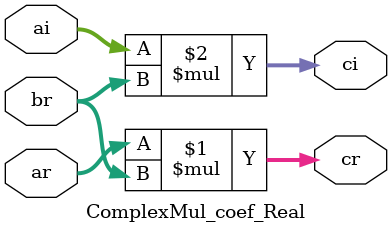
<source format=v>
`timescale 1ns / 1ps


module ComplexMul_coef_Real
#(parameter WL=14, WL_out=28)
(   input signed [WL-1:0] ar, ai, br,
    output signed [WL_out-1:0] cr, ci
    );


//Real part
assign cr = ar*br;

//Imaginary part
assign ci = ai*br;

endmodule

</source>
